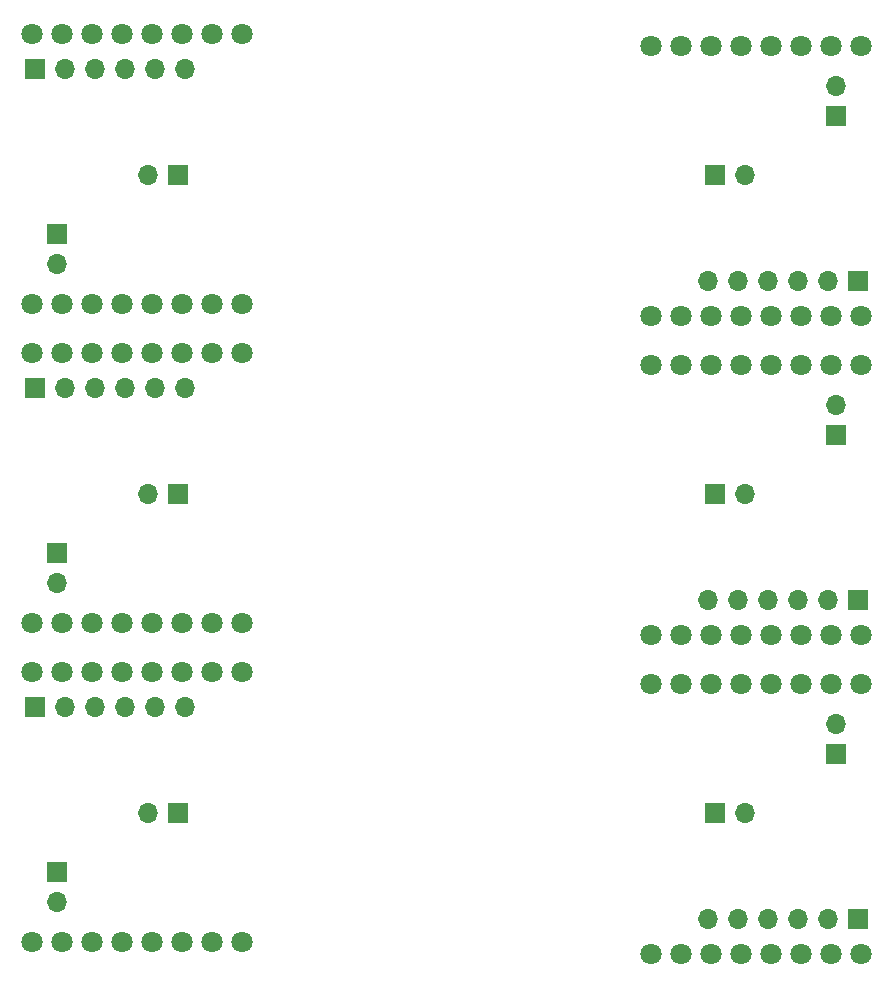
<source format=gbr>
%TF.GenerationSoftware,KiCad,Pcbnew,7.0.1*%
%TF.CreationDate,2023-04-17T17:37:10+02:00*%
%TF.ProjectId,BME680_shield_panel,424d4536-3830-45f7-9368-69656c645f70,rev?*%
%TF.SameCoordinates,Original*%
%TF.FileFunction,Soldermask,Bot*%
%TF.FilePolarity,Negative*%
%FSLAX46Y46*%
G04 Gerber Fmt 4.6, Leading zero omitted, Abs format (unit mm)*
G04 Created by KiCad (PCBNEW 7.0.1) date 2023-04-17 17:37:10*
%MOMM*%
%LPD*%
G01*
G04 APERTURE LIST*
%ADD10R,1.700000X1.700000*%
%ADD11O,1.700000X1.700000*%
%ADD12C,1.800000*%
G04 APERTURE END LIST*
D10*
%TO.C,J102*%
X57500000Y-73500000D03*
D11*
X57500000Y-76040000D03*
%TD*%
D10*
%TO.C,JP103*%
X67775000Y-41500000D03*
D11*
X65235000Y-41500000D03*
%TD*%
D10*
%TO.C,JP103*%
X67775000Y-95500000D03*
D11*
X65235000Y-95500000D03*
%TD*%
D10*
%TO.C,JP103*%
X113225000Y-41500000D03*
D11*
X115765000Y-41500000D03*
%TD*%
D10*
%TO.C,J102*%
X123500000Y-36500000D03*
D11*
X123500000Y-33960000D03*
%TD*%
D12*
%TO.C,U102*%
X125600000Y-57572024D03*
X123060000Y-57572024D03*
X120520000Y-57572024D03*
X117980000Y-57572024D03*
X115440000Y-57572024D03*
X112900000Y-57572024D03*
X110360000Y-57572024D03*
X107820000Y-57572024D03*
X107820000Y-80432024D03*
X110360000Y-80432024D03*
X112900000Y-80432024D03*
X115440000Y-80432024D03*
X117980000Y-80432024D03*
X120520000Y-80432024D03*
X123060000Y-80432024D03*
X125600000Y-80432024D03*
%TD*%
D10*
%TO.C,J102*%
X57500000Y-46500000D03*
D11*
X57500000Y-49040000D03*
%TD*%
D10*
%TO.C,J102*%
X57500000Y-100500000D03*
D11*
X57500000Y-103040000D03*
%TD*%
D10*
%TO.C,JP103*%
X67775000Y-68500000D03*
D11*
X65235000Y-68500000D03*
%TD*%
D12*
%TO.C,U102*%
X125600000Y-30572024D03*
X123060000Y-30572024D03*
X120520000Y-30572024D03*
X117980000Y-30572024D03*
X115440000Y-30572024D03*
X112900000Y-30572024D03*
X110360000Y-30572024D03*
X107820000Y-30572024D03*
X107820000Y-53432024D03*
X110360000Y-53432024D03*
X112900000Y-53432024D03*
X115440000Y-53432024D03*
X117980000Y-53432024D03*
X120520000Y-53432024D03*
X123060000Y-53432024D03*
X125600000Y-53432024D03*
%TD*%
D10*
%TO.C,J102*%
X123500000Y-90500000D03*
D11*
X123500000Y-87960000D03*
%TD*%
D12*
%TO.C,U102*%
X55400000Y-106427976D03*
X57940000Y-106427976D03*
X60480000Y-106427976D03*
X63020000Y-106427976D03*
X65560000Y-106427976D03*
X68100000Y-106427976D03*
X70640000Y-106427976D03*
X73180000Y-106427976D03*
X73180000Y-83567976D03*
X70640000Y-83567976D03*
X68100000Y-83567976D03*
X65560000Y-83567976D03*
X63020000Y-83567976D03*
X60480000Y-83567976D03*
X57940000Y-83567976D03*
X55400000Y-83567976D03*
%TD*%
D10*
%TO.C,J101*%
X55650000Y-59500000D03*
D11*
X58190000Y-59500000D03*
X60730000Y-59500000D03*
X63270000Y-59500000D03*
X65810000Y-59500000D03*
X68350000Y-59500000D03*
%TD*%
D12*
%TO.C,U102*%
X55400000Y-79427976D03*
X57940000Y-79427976D03*
X60480000Y-79427976D03*
X63020000Y-79427976D03*
X65560000Y-79427976D03*
X68100000Y-79427976D03*
X70640000Y-79427976D03*
X73180000Y-79427976D03*
X73180000Y-56567976D03*
X70640000Y-56567976D03*
X68100000Y-56567976D03*
X65560000Y-56567976D03*
X63020000Y-56567976D03*
X60480000Y-56567976D03*
X57940000Y-56567976D03*
X55400000Y-56567976D03*
%TD*%
D10*
%TO.C,J101*%
X125350000Y-50500000D03*
D11*
X122810000Y-50500000D03*
X120270000Y-50500000D03*
X117730000Y-50500000D03*
X115190000Y-50500000D03*
X112650000Y-50500000D03*
%TD*%
D10*
%TO.C,JP103*%
X113225000Y-68500000D03*
D11*
X115765000Y-68500000D03*
%TD*%
D10*
%TO.C,J101*%
X125350000Y-104500000D03*
D11*
X122810000Y-104500000D03*
X120270000Y-104500000D03*
X117730000Y-104500000D03*
X115190000Y-104500000D03*
X112650000Y-104500000D03*
%TD*%
D10*
%TO.C,J101*%
X55650000Y-32500000D03*
D11*
X58190000Y-32500000D03*
X60730000Y-32500000D03*
X63270000Y-32500000D03*
X65810000Y-32500000D03*
X68350000Y-32500000D03*
%TD*%
D10*
%TO.C,J101*%
X55650000Y-86500000D03*
D11*
X58190000Y-86500000D03*
X60730000Y-86500000D03*
X63270000Y-86500000D03*
X65810000Y-86500000D03*
X68350000Y-86500000D03*
%TD*%
D10*
%TO.C,J101*%
X125350000Y-77500000D03*
D11*
X122810000Y-77500000D03*
X120270000Y-77500000D03*
X117730000Y-77500000D03*
X115190000Y-77500000D03*
X112650000Y-77500000D03*
%TD*%
D12*
%TO.C,U102*%
X125600000Y-84572024D03*
X123060000Y-84572024D03*
X120520000Y-84572024D03*
X117980000Y-84572024D03*
X115440000Y-84572024D03*
X112900000Y-84572024D03*
X110360000Y-84572024D03*
X107820000Y-84572024D03*
X107820000Y-107432024D03*
X110360000Y-107432024D03*
X112900000Y-107432024D03*
X115440000Y-107432024D03*
X117980000Y-107432024D03*
X120520000Y-107432024D03*
X123060000Y-107432024D03*
X125600000Y-107432024D03*
%TD*%
D10*
%TO.C,JP103*%
X113225000Y-95500000D03*
D11*
X115765000Y-95500000D03*
%TD*%
D10*
%TO.C,J102*%
X123500000Y-63500000D03*
D11*
X123500000Y-60960000D03*
%TD*%
D12*
%TO.C,U102*%
X55400000Y-52427976D03*
X57940000Y-52427976D03*
X60480000Y-52427976D03*
X63020000Y-52427976D03*
X65560000Y-52427976D03*
X68100000Y-52427976D03*
X70640000Y-52427976D03*
X73180000Y-52427976D03*
X73180000Y-29567976D03*
X70640000Y-29567976D03*
X68100000Y-29567976D03*
X65560000Y-29567976D03*
X63020000Y-29567976D03*
X60480000Y-29567976D03*
X57940000Y-29567976D03*
X55400000Y-29567976D03*
%TD*%
M02*

</source>
